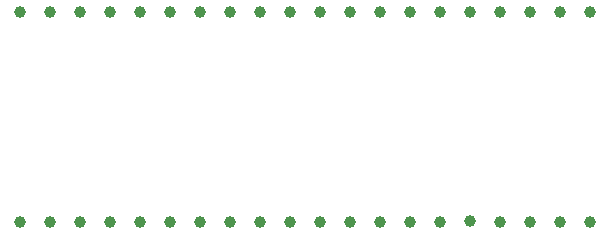
<source format=gbr>
%TF.GenerationSoftware,KiCad,Pcbnew,8.0.0*%
%TF.CreationDate,2024-12-31T13:39:33+02:00*%
%TF.ProjectId,Entry,456e7472-792e-46b6-9963-61645f706362,rev?*%
%TF.SameCoordinates,Original*%
%TF.FileFunction,Plated,1,2,PTH,Drill*%
%TF.FilePolarity,Positive*%
%FSLAX46Y46*%
G04 Gerber Fmt 4.6, Leading zero omitted, Abs format (unit mm)*
G04 Created by KiCad (PCBNEW 8.0.0) date 2024-12-31 13:39:33*
%MOMM*%
%LPD*%
G01*
G04 APERTURE LIST*
%TA.AperFunction,ComponentDrill*%
%ADD10C,1.000000*%
%TD*%
G04 APERTURE END LIST*
D10*
%TO.C,PicoW1*%
X30500000Y-69700000D03*
X30500000Y-87480000D03*
X33040000Y-69700000D03*
X33040000Y-87480000D03*
X35580000Y-69700000D03*
X35580000Y-87480000D03*
X38120000Y-69700000D03*
X38120000Y-87480000D03*
X40660000Y-69700000D03*
X40660000Y-87480000D03*
X43200000Y-69700000D03*
X43200000Y-87480000D03*
X45740000Y-69700000D03*
X45740000Y-87480000D03*
X48280000Y-69700000D03*
X48280000Y-87480000D03*
X50820000Y-69700000D03*
X50820000Y-87480000D03*
X53360000Y-69700000D03*
X53360000Y-87480000D03*
X55900000Y-69700000D03*
X55900000Y-87480000D03*
X58440000Y-69700000D03*
X58440000Y-87480000D03*
X60980000Y-69700000D03*
X60980000Y-87480000D03*
X63520000Y-69700000D03*
X63520000Y-87480000D03*
X66060000Y-69700000D03*
X66060000Y-87480000D03*
X68600000Y-69700000D03*
X68600000Y-87438119D03*
X71140000Y-69700000D03*
X71140000Y-87480000D03*
X73680000Y-69700000D03*
X73680000Y-87480000D03*
X76220000Y-69700000D03*
X76220000Y-87480000D03*
X78760000Y-69700000D03*
X78760000Y-87480000D03*
M02*

</source>
